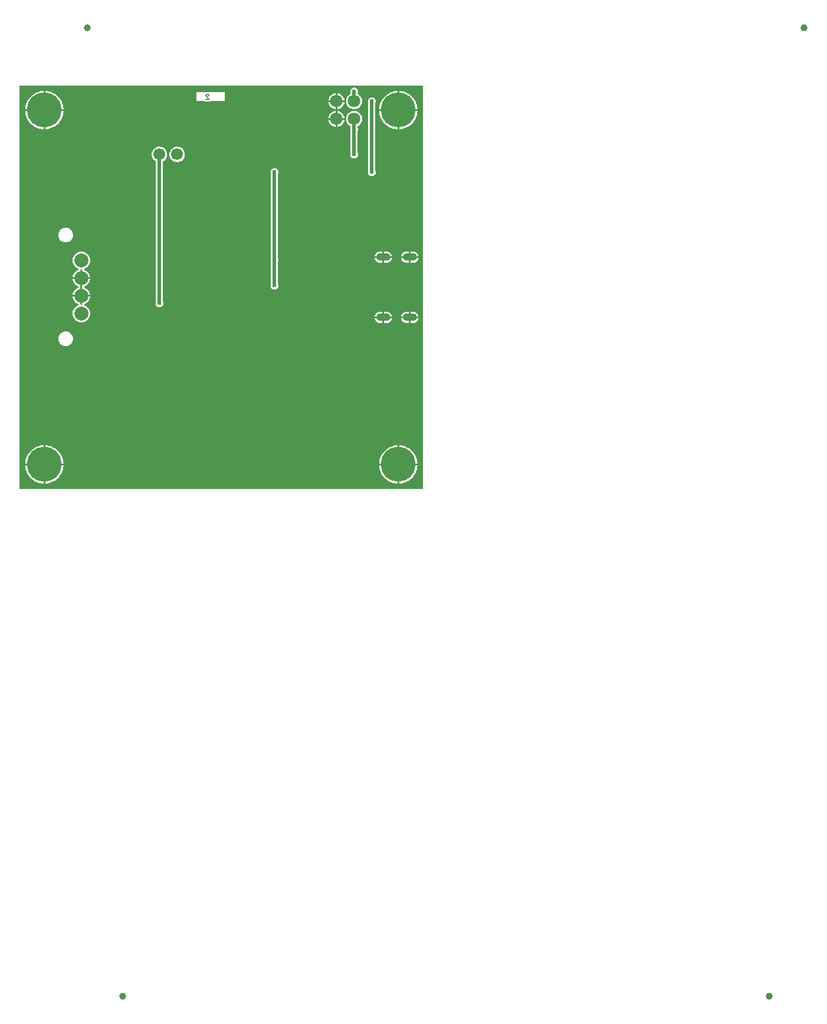
<source format=gbl>
G04 Layer: BottomLayer*
G04 Panelize: Stamp Hole, Column: 2, Row: 2, Board Size: 58.42mm x 58.42mm, Panelized Board Size: 122.84mm x 122.84mm*
G04 EasyEDA v6.5.32, 2023-07-30 21:55:26*
G04 0189717723f44532b496580ac8dbca45,5a6b42c53f6a479593ecc07194224c93,10*
G04 Gerber Generator version 0.2*
G04 Scale: 100 percent, Rotated: No, Reflected: No *
G04 Dimensions in millimeters *
G04 leading zeros omitted , absolute positions ,4 integer and 5 decimal *
%FSLAX45Y45*%
%MOMM*%

%ADD10C,0.1524*%
%ADD11C,0.5000*%
%ADD12C,1.0000*%
%ADD13O,1.9999959999999999X1.0999978000000001*%
%ADD14C,5.0000*%
%ADD15C,1.8000*%
%ADD16C,1.7000*%
%ADD17C,2.0000*%
%ADD18C,0.6096*%
%ADD19C,0.0112*%

%LPD*%
G36*
X5805932Y25908D02*
G01*
X36068Y26416D01*
X32156Y27178D01*
X28905Y29362D01*
X26670Y32664D01*
X25908Y36576D01*
X25908Y5805932D01*
X26670Y5809843D01*
X28905Y5813094D01*
X32156Y5815330D01*
X36068Y5816092D01*
X2555240Y5816092D01*
X2559151Y5815330D01*
X2562402Y5813094D01*
X2564638Y5809843D01*
X2565400Y5805932D01*
X2566162Y5809843D01*
X2568397Y5813094D01*
X2571648Y5815330D01*
X2575560Y5816092D01*
X5805932Y5816092D01*
X5809843Y5815330D01*
X5813094Y5813094D01*
X5815330Y5809843D01*
X5816092Y5805932D01*
X5816092Y36068D01*
X5815330Y32207D01*
X5813094Y28905D01*
X5809843Y26670D01*
G37*

%LPC*%
G36*
X5638393Y3272078D02*
G01*
X5670296Y3272078D01*
X5682183Y3272942D01*
X5693460Y3275380D01*
X5704281Y3279444D01*
X5714390Y3284931D01*
X5723636Y3291890D01*
X5731814Y3300018D01*
X5738723Y3309264D01*
X5744260Y3319373D01*
X5748274Y3330194D01*
X5750458Y3340303D01*
X5638393Y3340303D01*
G37*
G36*
X393700Y105562D02*
G01*
X398322Y105664D01*
X421284Y108051D01*
X443992Y112369D01*
X466242Y118618D01*
X487934Y126644D01*
X508812Y136499D01*
X528828Y148031D01*
X547827Y161239D01*
X565607Y175971D01*
X582117Y192125D01*
X597204Y209600D01*
X610819Y228295D01*
X622757Y248107D01*
X633018Y268782D01*
X641553Y290271D01*
X648208Y312369D01*
X653034Y334975D01*
X655929Y357936D01*
X656336Y368300D01*
X393700Y368300D01*
G37*
G36*
X5448300Y105613D02*
G01*
X5448300Y368300D01*
X5185410Y368300D01*
X5187289Y346405D01*
X5191150Y323646D01*
X5196890Y301244D01*
X5204460Y279450D01*
X5213858Y258317D01*
X5224983Y238099D01*
X5237784Y218846D01*
X5252161Y200710D01*
X5267960Y183896D01*
X5285130Y168402D01*
X5303520Y154432D01*
X5323027Y142087D01*
X5343499Y131368D01*
X5364835Y122428D01*
X5386781Y115265D01*
X5409285Y109982D01*
X5432145Y106629D01*
G37*
G36*
X368300Y105613D02*
G01*
X368300Y368300D01*
X105410Y368300D01*
X107289Y346405D01*
X111150Y323646D01*
X116890Y301244D01*
X124460Y279450D01*
X133858Y258317D01*
X144983Y238099D01*
X157784Y218846D01*
X172161Y200710D01*
X187960Y183896D01*
X205130Y168402D01*
X223520Y154432D01*
X243027Y142087D01*
X263499Y131368D01*
X284835Y122428D01*
X306781Y115265D01*
X329285Y109982D01*
X352145Y106629D01*
G37*
G36*
X5473700Y393700D02*
G01*
X5736336Y393700D01*
X5735929Y404063D01*
X5733034Y427024D01*
X5728208Y449630D01*
X5721553Y471728D01*
X5713018Y493217D01*
X5702757Y513892D01*
X5690819Y533704D01*
X5677204Y552348D01*
X5662117Y569874D01*
X5645607Y586028D01*
X5627827Y600760D01*
X5608828Y613968D01*
X5588812Y625500D01*
X5567934Y635355D01*
X5546242Y643382D01*
X5523992Y649630D01*
X5501284Y653948D01*
X5478322Y656336D01*
X5473700Y656437D01*
G37*
G36*
X393700Y393700D02*
G01*
X656336Y393700D01*
X655929Y404063D01*
X653034Y427024D01*
X648208Y449630D01*
X641553Y471728D01*
X633018Y493217D01*
X622757Y513892D01*
X610819Y533704D01*
X597204Y552348D01*
X582117Y569874D01*
X565607Y586028D01*
X547827Y600760D01*
X528828Y613968D01*
X508812Y625500D01*
X487934Y635355D01*
X466242Y643382D01*
X443992Y649630D01*
X421284Y653948D01*
X398322Y656336D01*
X393700Y656437D01*
G37*
G36*
X5185410Y393700D02*
G01*
X5448300Y393700D01*
X5448300Y656386D01*
X5432145Y655370D01*
X5409285Y652018D01*
X5386781Y646734D01*
X5364835Y639572D01*
X5343499Y630631D01*
X5323027Y619912D01*
X5303520Y607568D01*
X5285130Y593598D01*
X5267960Y578104D01*
X5252161Y561289D01*
X5237784Y543153D01*
X5224983Y523900D01*
X5213858Y503682D01*
X5204460Y482549D01*
X5196890Y460756D01*
X5191150Y438353D01*
X5187289Y415594D01*
G37*
G36*
X105410Y393700D02*
G01*
X368300Y393700D01*
X368300Y656386D01*
X352145Y655370D01*
X329285Y652018D01*
X306781Y646734D01*
X284835Y639572D01*
X263499Y630631D01*
X243027Y619912D01*
X223520Y607568D01*
X205130Y593598D01*
X187960Y578104D01*
X172161Y561289D01*
X157784Y543153D01*
X144983Y523900D01*
X133858Y503682D01*
X124460Y482549D01*
X116890Y460756D01*
X111150Y438353D01*
X107289Y415594D01*
G37*
G36*
X685800Y2077212D02*
G01*
X699617Y2078126D01*
X713181Y2080818D01*
X726338Y2085289D01*
X738733Y2091385D01*
X750265Y2099106D01*
X760679Y2108250D01*
X769823Y2118664D01*
X777494Y2130145D01*
X783640Y2142591D01*
X788060Y2155698D01*
X790803Y2169261D01*
X791667Y2183079D01*
X790803Y2196947D01*
X788060Y2210511D01*
X783640Y2223617D01*
X777494Y2236063D01*
X769823Y2247544D01*
X760679Y2257958D01*
X750265Y2267102D01*
X738733Y2274824D01*
X726338Y2280920D01*
X713181Y2285390D01*
X699617Y2288082D01*
X685800Y2288997D01*
X671982Y2288082D01*
X658418Y2285390D01*
X645261Y2280920D01*
X632866Y2274824D01*
X621334Y2267102D01*
X610920Y2257958D01*
X601776Y2247544D01*
X594106Y2236063D01*
X587959Y2223617D01*
X583539Y2210511D01*
X580796Y2196947D01*
X579932Y2183079D01*
X580796Y2169261D01*
X583539Y2155698D01*
X587959Y2142591D01*
X594106Y2130145D01*
X601776Y2118664D01*
X610920Y2108250D01*
X621334Y2099106D01*
X632866Y2091385D01*
X645261Y2085289D01*
X658418Y2080818D01*
X671982Y2078126D01*
G37*
G36*
X5581040Y2408072D02*
G01*
X5612993Y2408072D01*
X5612993Y2476296D01*
X5500878Y2476296D01*
X5503062Y2466187D01*
X5507075Y2455418D01*
X5512612Y2445258D01*
X5519572Y2436012D01*
X5527700Y2427884D01*
X5536946Y2420975D01*
X5547055Y2415438D01*
X5557875Y2411374D01*
X5569153Y2408936D01*
G37*
G36*
X5201056Y2408072D02*
G01*
X5232958Y2408072D01*
X5232958Y2476296D01*
X5120894Y2476296D01*
X5123078Y2466187D01*
X5127091Y2455418D01*
X5132628Y2445258D01*
X5139537Y2436012D01*
X5147716Y2427884D01*
X5156962Y2420975D01*
X5167071Y2415438D01*
X5177891Y2411374D01*
X5189169Y2408936D01*
G37*
G36*
X5258358Y2408072D02*
G01*
X5290312Y2408072D01*
X5302199Y2408936D01*
X5313476Y2411374D01*
X5324297Y2415438D01*
X5334406Y2420975D01*
X5343652Y2427884D01*
X5351780Y2436012D01*
X5358739Y2445258D01*
X5364226Y2455418D01*
X5368290Y2466187D01*
X5370474Y2476296D01*
X5258358Y2476296D01*
G37*
G36*
X5638393Y2408072D02*
G01*
X5670296Y2408072D01*
X5682183Y2408936D01*
X5693460Y2411374D01*
X5704281Y2415438D01*
X5714390Y2420975D01*
X5723636Y2427884D01*
X5731814Y2436012D01*
X5738723Y2445258D01*
X5744260Y2455418D01*
X5748274Y2466187D01*
X5750458Y2476296D01*
X5638393Y2476296D01*
G37*
G36*
X910793Y2419858D02*
G01*
X925982Y2420772D01*
X940917Y2423515D01*
X955446Y2428036D01*
X969314Y2434285D01*
X982319Y2442108D01*
X994308Y2451506D01*
X1005027Y2462276D01*
X1014425Y2474214D01*
X1022299Y2487218D01*
X1028496Y2501087D01*
X1033018Y2515616D01*
X1035761Y2530551D01*
X1036675Y2545740D01*
X1035761Y2560929D01*
X1033018Y2575864D01*
X1028496Y2590393D01*
X1022299Y2604211D01*
X1014425Y2617266D01*
X1005027Y2629204D01*
X994308Y2639974D01*
X982319Y2649321D01*
X969314Y2657195D01*
X955395Y2663444D01*
X952246Y2665679D01*
X950112Y2668930D01*
X949401Y2672740D01*
X950112Y2676550D01*
X952246Y2679750D01*
X955395Y2681986D01*
X969314Y2688285D01*
X982319Y2696108D01*
X994308Y2705506D01*
X1005027Y2716276D01*
X1014425Y2728214D01*
X1022299Y2741218D01*
X1028496Y2755087D01*
X1033018Y2769616D01*
X1035761Y2784551D01*
X1035913Y2787040D01*
X923493Y2787040D01*
X923493Y2681630D01*
X922731Y2677769D01*
X920546Y2674467D01*
X917244Y2672283D01*
X913333Y2671470D01*
X908253Y2671470D01*
X904392Y2672283D01*
X901090Y2674467D01*
X898906Y2677769D01*
X898093Y2681630D01*
X898093Y2787040D01*
X785672Y2787040D01*
X785825Y2784551D01*
X788568Y2769616D01*
X793089Y2755087D01*
X799338Y2741218D01*
X807212Y2728214D01*
X816559Y2716276D01*
X827328Y2705506D01*
X839317Y2696108D01*
X852322Y2688285D01*
X866241Y2681986D01*
X869391Y2679750D01*
X871474Y2676550D01*
X872236Y2672740D01*
X871474Y2668930D01*
X869391Y2665679D01*
X866241Y2663444D01*
X852322Y2657195D01*
X839317Y2649321D01*
X827328Y2639974D01*
X816559Y2629204D01*
X807212Y2617266D01*
X799338Y2604211D01*
X793089Y2590393D01*
X788568Y2575864D01*
X785825Y2560929D01*
X784910Y2545740D01*
X785825Y2530551D01*
X788568Y2515616D01*
X793089Y2501087D01*
X799338Y2487218D01*
X807212Y2474214D01*
X816559Y2462276D01*
X827328Y2451506D01*
X839317Y2442108D01*
X852322Y2434285D01*
X866190Y2428036D01*
X880668Y2423515D01*
X895654Y2420772D01*
G37*
G36*
X5258358Y2501696D02*
G01*
X5370474Y2501696D01*
X5368290Y2511806D01*
X5364226Y2522575D01*
X5358739Y2532735D01*
X5351780Y2541981D01*
X5343652Y2550109D01*
X5334406Y2557018D01*
X5324297Y2562555D01*
X5313476Y2566619D01*
X5302199Y2569057D01*
X5290312Y2569921D01*
X5258358Y2569921D01*
G37*
G36*
X5120894Y2501696D02*
G01*
X5232958Y2501696D01*
X5232958Y2569921D01*
X5201056Y2569921D01*
X5189169Y2569057D01*
X5177891Y2566619D01*
X5167071Y2562555D01*
X5156962Y2557018D01*
X5147716Y2550109D01*
X5139537Y2541981D01*
X5132628Y2532735D01*
X5127091Y2522575D01*
X5123078Y2511806D01*
G37*
G36*
X5638393Y2501696D02*
G01*
X5750458Y2501696D01*
X5748274Y2511806D01*
X5744260Y2522575D01*
X5738723Y2532735D01*
X5731814Y2541981D01*
X5723636Y2550109D01*
X5714390Y2557018D01*
X5704281Y2562555D01*
X5693460Y2566619D01*
X5682183Y2569057D01*
X5670296Y2569921D01*
X5638393Y2569921D01*
G37*
G36*
X5500878Y2501696D02*
G01*
X5612993Y2501696D01*
X5612993Y2569921D01*
X5581040Y2569921D01*
X5569153Y2569057D01*
X5557875Y2566619D01*
X5547055Y2562555D01*
X5536946Y2557018D01*
X5527700Y2550109D01*
X5519572Y2541981D01*
X5512612Y2532735D01*
X5507075Y2522575D01*
X5503062Y2511806D01*
G37*
G36*
X2032000Y2636062D02*
G01*
X2041804Y2636926D01*
X2051253Y2639466D01*
X2060193Y2643581D01*
X2068220Y2649220D01*
X2075180Y2656179D01*
X2080818Y2664206D01*
X2084933Y2673146D01*
X2087473Y2682595D01*
X2088337Y2692400D01*
X2087473Y2702204D01*
X2084933Y2711653D01*
X2083866Y2713990D01*
X2082901Y2718308D01*
X2082901Y4721606D01*
X2083562Y4725212D01*
X2085492Y4728362D01*
X2101138Y4739284D01*
X2111654Y4748834D01*
X2120849Y4759655D01*
X2128621Y4771593D01*
X2134768Y4784394D01*
X2139238Y4797856D01*
X2141982Y4811826D01*
X2142896Y4826000D01*
X2141982Y4840173D01*
X2139238Y4854143D01*
X2134768Y4867605D01*
X2128621Y4880406D01*
X2120849Y4892344D01*
X2111654Y4903165D01*
X2101138Y4912715D01*
X2089505Y4920843D01*
X2076907Y4927396D01*
X2063546Y4932324D01*
X2049678Y4935474D01*
X2035556Y4936845D01*
X2021332Y4936388D01*
X2007311Y4934102D01*
X1993696Y4930038D01*
X1980692Y4924298D01*
X1968550Y4916932D01*
X1957425Y4908092D01*
X1947570Y4897882D01*
X1939086Y4886502D01*
X1932076Y4874107D01*
X1926742Y4860950D01*
X1923135Y4847183D01*
X1921357Y4833112D01*
X1921357Y4818888D01*
X1923135Y4804816D01*
X1926742Y4791049D01*
X1932076Y4777892D01*
X1939086Y4765497D01*
X1947570Y4754118D01*
X1957425Y4743907D01*
X1968550Y4735068D01*
X1976221Y4730445D01*
X1978812Y4728159D01*
X1980488Y4725162D01*
X1981098Y4721707D01*
X1981098Y2718308D01*
X1980133Y2713990D01*
X1979066Y2711653D01*
X1976526Y2702204D01*
X1975662Y2692400D01*
X1976526Y2682595D01*
X1979066Y2673146D01*
X1983181Y2664206D01*
X1988820Y2656179D01*
X1995779Y2649220D01*
X2003806Y2643581D01*
X2012746Y2639466D01*
X2022195Y2636926D01*
G37*
G36*
X4456887Y5600700D02*
G01*
X4559300Y5600700D01*
X4559300Y5702960D01*
X4550308Y5701842D01*
X4536186Y5698236D01*
X4522673Y5692851D01*
X4509922Y5685840D01*
X4498136Y5677306D01*
X4487519Y5667349D01*
X4478223Y5656122D01*
X4470450Y5643829D01*
X4464253Y5630672D01*
X4459732Y5616803D01*
X4457039Y5602528D01*
G37*
G36*
X923493Y2812440D02*
G01*
X1035913Y2812440D01*
X1035761Y2814929D01*
X1033018Y2829864D01*
X1028496Y2844393D01*
X1022299Y2858211D01*
X1014425Y2871266D01*
X1005027Y2883204D01*
X994308Y2893974D01*
X982319Y2903321D01*
X969314Y2911195D01*
X955395Y2917444D01*
X952246Y2919679D01*
X950112Y2922930D01*
X949401Y2926740D01*
X950112Y2930550D01*
X952246Y2933750D01*
X955395Y2935986D01*
X969314Y2942285D01*
X982319Y2950108D01*
X994308Y2959506D01*
X1005027Y2970276D01*
X1014425Y2982214D01*
X1022299Y2995218D01*
X1028496Y3009087D01*
X1033018Y3023616D01*
X1035761Y3038551D01*
X1035913Y3041040D01*
X923493Y3041040D01*
G37*
G36*
X785672Y2812440D02*
G01*
X898093Y2812440D01*
X898093Y3041040D01*
X785672Y3041040D01*
X785825Y3038551D01*
X788568Y3023616D01*
X793089Y3009087D01*
X799338Y2995218D01*
X807212Y2982214D01*
X816559Y2970276D01*
X827328Y2959506D01*
X839317Y2950108D01*
X852322Y2942285D01*
X866241Y2935986D01*
X869391Y2933750D01*
X871474Y2930550D01*
X872236Y2926740D01*
X871474Y2922930D01*
X869391Y2919679D01*
X866241Y2917444D01*
X852322Y2911195D01*
X839317Y2903321D01*
X827328Y2893974D01*
X816559Y2883204D01*
X807212Y2871266D01*
X799338Y2858211D01*
X793089Y2844393D01*
X788568Y2829864D01*
X785825Y2814929D01*
G37*
G36*
X3683000Y2890062D02*
G01*
X3692804Y2890926D01*
X3702253Y2893466D01*
X3711194Y2897581D01*
X3719220Y2903220D01*
X3726179Y2910179D01*
X3731818Y2918206D01*
X3735933Y2927146D01*
X3738473Y2936595D01*
X3739337Y2946400D01*
X3738473Y2956204D01*
X3735933Y2965653D01*
X3734866Y2967990D01*
X3733901Y2972308D01*
X3733901Y3281832D01*
X3734866Y3286099D01*
X3735933Y3288436D01*
X3738473Y3297936D01*
X3739337Y3307740D01*
X3738473Y3317494D01*
X3735933Y3326993D01*
X3734866Y3329330D01*
X3733901Y3333648D01*
X3733901Y4546092D01*
X3734866Y4550359D01*
X3735933Y4552696D01*
X3738473Y4562195D01*
X3739337Y4572000D01*
X3738473Y4581753D01*
X3735933Y4591253D01*
X3731818Y4600143D01*
X3726179Y4608220D01*
X3719220Y4615180D01*
X3711194Y4620768D01*
X3702253Y4624933D01*
X3692804Y4627473D01*
X3683000Y4628337D01*
X3673195Y4627473D01*
X3663746Y4624933D01*
X3654806Y4620768D01*
X3646779Y4615180D01*
X3639820Y4608220D01*
X3634181Y4600143D01*
X3630066Y4591253D01*
X3627526Y4581753D01*
X3626662Y4572000D01*
X3627526Y4562195D01*
X3630066Y4552696D01*
X3631133Y4550359D01*
X3632098Y4546092D01*
X3632098Y3333648D01*
X3631133Y3329330D01*
X3630015Y3326993D01*
X3627475Y3317494D01*
X3626662Y3307740D01*
X3627475Y3297936D01*
X3630015Y3288436D01*
X3631133Y3286099D01*
X3632098Y3281832D01*
X3632098Y2972308D01*
X3631133Y2968040D01*
X3630066Y2965653D01*
X3627526Y2956204D01*
X3626662Y2946400D01*
X3627526Y2936595D01*
X3630066Y2927146D01*
X3634181Y2918206D01*
X3639820Y2910179D01*
X3646779Y2903220D01*
X3654806Y2897581D01*
X3663746Y2893466D01*
X3673195Y2890926D01*
G37*
G36*
X785672Y3066440D02*
G01*
X898093Y3066440D01*
X898093Y3171799D01*
X898906Y3175711D01*
X901090Y3179013D01*
X904392Y3181197D01*
X908253Y3181959D01*
X913333Y3181959D01*
X917244Y3181197D01*
X920546Y3179013D01*
X922731Y3175711D01*
X923493Y3171799D01*
X923493Y3066440D01*
X1035913Y3066440D01*
X1035761Y3068929D01*
X1033018Y3083864D01*
X1028496Y3098393D01*
X1022299Y3112211D01*
X1014425Y3125266D01*
X1005027Y3137204D01*
X994308Y3147974D01*
X982319Y3157321D01*
X969314Y3165195D01*
X955395Y3171444D01*
X952246Y3173679D01*
X950112Y3176930D01*
X949401Y3180740D01*
X950112Y3184550D01*
X952246Y3187750D01*
X955395Y3189986D01*
X969314Y3196285D01*
X982319Y3204108D01*
X994308Y3213506D01*
X1005027Y3224276D01*
X1014425Y3236214D01*
X1022299Y3249218D01*
X1028496Y3263087D01*
X1033018Y3277615D01*
X1035761Y3292551D01*
X1036675Y3307740D01*
X1035761Y3322929D01*
X1033018Y3337864D01*
X1028496Y3352393D01*
X1022299Y3366211D01*
X1014425Y3379266D01*
X1005027Y3391204D01*
X994308Y3401974D01*
X982319Y3411321D01*
X969314Y3419195D01*
X955446Y3425444D01*
X940917Y3429965D01*
X925982Y3432708D01*
X910793Y3433622D01*
X895654Y3432708D01*
X880668Y3429965D01*
X866190Y3425444D01*
X852322Y3419195D01*
X839317Y3411321D01*
X827328Y3401974D01*
X816559Y3391204D01*
X807212Y3379266D01*
X799338Y3366211D01*
X793089Y3352393D01*
X788568Y3337864D01*
X785825Y3322929D01*
X784910Y3307740D01*
X785825Y3292551D01*
X788568Y3277615D01*
X793089Y3263087D01*
X799338Y3249218D01*
X807212Y3236214D01*
X816559Y3224276D01*
X827328Y3213506D01*
X839317Y3204108D01*
X852322Y3196285D01*
X866241Y3189986D01*
X869391Y3187750D01*
X871474Y3184550D01*
X872236Y3180740D01*
X871474Y3176930D01*
X869391Y3173679D01*
X866241Y3171444D01*
X852322Y3165195D01*
X839317Y3157321D01*
X827328Y3147974D01*
X816559Y3137204D01*
X807212Y3125266D01*
X799338Y3112211D01*
X793089Y3098393D01*
X788568Y3083864D01*
X785825Y3068929D01*
G37*
G36*
X4584700Y5600700D02*
G01*
X4687112Y5600700D01*
X4686960Y5602528D01*
X4684268Y5616803D01*
X4679746Y5630672D01*
X4673549Y5643829D01*
X4665776Y5656122D01*
X4656480Y5667349D01*
X4645863Y5677306D01*
X4634077Y5685840D01*
X4621326Y5692851D01*
X4607814Y5698236D01*
X4593691Y5701842D01*
X4584700Y5702960D01*
G37*
G36*
X5201056Y3272078D02*
G01*
X5232958Y3272078D01*
X5232958Y3340303D01*
X5120894Y3340303D01*
X5123078Y3330194D01*
X5127091Y3319373D01*
X5132628Y3309264D01*
X5139537Y3300018D01*
X5147716Y3291840D01*
X5156962Y3284931D01*
X5167071Y3279394D01*
X5177891Y3275380D01*
X5189169Y3272942D01*
G37*
G36*
X5581040Y3272078D02*
G01*
X5612993Y3272078D01*
X5612993Y3340303D01*
X5500878Y3340303D01*
X5503062Y3330194D01*
X5507075Y3319373D01*
X5512612Y3309264D01*
X5519572Y3300018D01*
X5527700Y3291890D01*
X5536946Y3284931D01*
X5547055Y3279444D01*
X5557875Y3275380D01*
X5569153Y3272942D01*
G37*
G36*
X5258358Y3272078D02*
G01*
X5290312Y3272078D01*
X5302199Y3272942D01*
X5313476Y3275380D01*
X5324297Y3279394D01*
X5334406Y3284931D01*
X5343652Y3291840D01*
X5351780Y3300018D01*
X5358739Y3309264D01*
X5364226Y3319373D01*
X5368290Y3330194D01*
X5370474Y3340303D01*
X5258358Y3340303D01*
G37*
G36*
X5473700Y105562D02*
G01*
X5478322Y105664D01*
X5501284Y108051D01*
X5523992Y112369D01*
X5546242Y118618D01*
X5567934Y126644D01*
X5588812Y136499D01*
X5608828Y148031D01*
X5627827Y161239D01*
X5645607Y175971D01*
X5662117Y192125D01*
X5677204Y209600D01*
X5690819Y228295D01*
X5702757Y248107D01*
X5713018Y268782D01*
X5721553Y290271D01*
X5728208Y312369D01*
X5733034Y334975D01*
X5735929Y357936D01*
X5736336Y368300D01*
X5473700Y368300D01*
G37*
G36*
X5258358Y3365703D02*
G01*
X5370474Y3365703D01*
X5368290Y3375761D01*
X5364226Y3386582D01*
X5358739Y3396691D01*
X5351780Y3405936D01*
X5343652Y3414115D01*
X5334406Y3421024D01*
X5324297Y3426561D01*
X5313476Y3430574D01*
X5302199Y3433064D01*
X5290312Y3433876D01*
X5258358Y3433876D01*
G37*
G36*
X5120894Y3365703D02*
G01*
X5232958Y3365703D01*
X5232958Y3433876D01*
X5201056Y3433876D01*
X5189169Y3433064D01*
X5177891Y3430574D01*
X5167071Y3426561D01*
X5156962Y3421024D01*
X5147716Y3414115D01*
X5139537Y3405936D01*
X5132628Y3396691D01*
X5127091Y3386582D01*
X5123078Y3375761D01*
G37*
G36*
X5500878Y3365703D02*
G01*
X5612993Y3365703D01*
X5612993Y3433876D01*
X5581040Y3433876D01*
X5569153Y3433064D01*
X5557875Y3430574D01*
X5547055Y3426561D01*
X5536946Y3421024D01*
X5527700Y3414115D01*
X5519572Y3405936D01*
X5512612Y3396742D01*
X5507075Y3386582D01*
X5503062Y3375761D01*
G37*
G36*
X5638393Y3365703D02*
G01*
X5750458Y3365703D01*
X5748274Y3375761D01*
X5744260Y3386582D01*
X5738723Y3396742D01*
X5731814Y3405936D01*
X5723636Y3414115D01*
X5714390Y3421024D01*
X5704281Y3426561D01*
X5693460Y3430574D01*
X5682183Y3433064D01*
X5670296Y3433876D01*
X5638393Y3433876D01*
G37*
G36*
X685800Y3564432D02*
G01*
X699617Y3565296D01*
X713181Y3568039D01*
X726338Y3572459D01*
X738733Y3578606D01*
X750265Y3586276D01*
X760679Y3595420D01*
X769823Y3605834D01*
X777494Y3617366D01*
X783640Y3629761D01*
X788060Y3642918D01*
X790803Y3656482D01*
X791667Y3670300D01*
X790803Y3684117D01*
X788060Y3697681D01*
X783640Y3710838D01*
X777494Y3723233D01*
X769823Y3734765D01*
X760679Y3745179D01*
X750265Y3754323D01*
X738733Y3761994D01*
X726338Y3768140D01*
X713181Y3772560D01*
X699617Y3775303D01*
X685800Y3776167D01*
X671982Y3775303D01*
X658418Y3772560D01*
X645261Y3768140D01*
X632866Y3761994D01*
X621334Y3754323D01*
X610920Y3745179D01*
X601776Y3734765D01*
X594106Y3723233D01*
X587959Y3710838D01*
X583539Y3697681D01*
X580796Y3684117D01*
X579932Y3670300D01*
X580796Y3656482D01*
X583539Y3642918D01*
X587959Y3629761D01*
X594106Y3617366D01*
X601776Y3605834D01*
X610920Y3595420D01*
X621334Y3586276D01*
X632866Y3578606D01*
X645261Y3572459D01*
X658418Y3568039D01*
X671982Y3565296D01*
G37*
G36*
X5080000Y4515612D02*
G01*
X5089804Y4516475D01*
X5099253Y4519015D01*
X5108194Y4523181D01*
X5116220Y4528820D01*
X5123180Y4535728D01*
X5128818Y4543806D01*
X5132933Y4552696D01*
X5135473Y4562195D01*
X5136337Y4571949D01*
X5135473Y4581753D01*
X5132933Y4591253D01*
X5131866Y4593590D01*
X5130901Y4597857D01*
X5130901Y5562092D01*
X5131866Y5566410D01*
X5132933Y5568746D01*
X5135473Y5578195D01*
X5136337Y5588000D01*
X5135473Y5597804D01*
X5132933Y5607253D01*
X5128818Y5616194D01*
X5123180Y5624220D01*
X5116220Y5631180D01*
X5108194Y5636818D01*
X5099253Y5640933D01*
X5089804Y5643473D01*
X5080000Y5644337D01*
X5070195Y5643473D01*
X5060746Y5640933D01*
X5051806Y5636818D01*
X5043779Y5631180D01*
X5036820Y5624220D01*
X5031181Y5616194D01*
X5027066Y5607253D01*
X5024526Y5597804D01*
X5023662Y5588000D01*
X5024526Y5578195D01*
X5027066Y5568746D01*
X5028133Y5566410D01*
X5029098Y5562092D01*
X5029098Y4597857D01*
X5028133Y4593590D01*
X5027066Y4591253D01*
X5024526Y4581753D01*
X5023662Y4571949D01*
X5024526Y4562195D01*
X5027066Y4552696D01*
X5031181Y4543806D01*
X5036820Y4535728D01*
X5043779Y4528820D01*
X5051806Y4523181D01*
X5060746Y4519015D01*
X5070195Y4516475D01*
G37*
G36*
X2289556Y4715154D02*
G01*
X2303678Y4716526D01*
X2317546Y4719675D01*
X2330907Y4724603D01*
X2343505Y4731156D01*
X2355138Y4739284D01*
X2365654Y4748834D01*
X2374849Y4759655D01*
X2382621Y4771593D01*
X2388768Y4784394D01*
X2393238Y4797856D01*
X2395982Y4811826D01*
X2396896Y4826000D01*
X2395982Y4840173D01*
X2393238Y4854143D01*
X2388768Y4867605D01*
X2382621Y4880406D01*
X2374849Y4892344D01*
X2365654Y4903165D01*
X2355138Y4912715D01*
X2343505Y4920843D01*
X2330907Y4927396D01*
X2317546Y4932324D01*
X2303678Y4935474D01*
X2289556Y4936845D01*
X2275332Y4936388D01*
X2261311Y4934102D01*
X2247696Y4930038D01*
X2234692Y4924298D01*
X2222550Y4916932D01*
X2211425Y4908092D01*
X2201570Y4897882D01*
X2193086Y4886502D01*
X2186076Y4874107D01*
X2180742Y4860950D01*
X2177135Y4847183D01*
X2175357Y4833112D01*
X2175357Y4818888D01*
X2177135Y4804816D01*
X2180742Y4791049D01*
X2186076Y4777892D01*
X2193086Y4765497D01*
X2201570Y4754118D01*
X2211425Y4743907D01*
X2222550Y4735068D01*
X2234692Y4727702D01*
X2247696Y4721910D01*
X2261311Y4717897D01*
X2275332Y4715611D01*
G37*
G36*
X4826000Y4769612D02*
G01*
X4835804Y4770475D01*
X4845253Y4773015D01*
X4854194Y4777181D01*
X4862220Y4782820D01*
X4869180Y4789728D01*
X4874818Y4797806D01*
X4878933Y4806696D01*
X4881473Y4816195D01*
X4882337Y4825949D01*
X4881473Y4835753D01*
X4878933Y4845253D01*
X4877866Y4847590D01*
X4876901Y4851908D01*
X4876901Y5155692D01*
X4877866Y5160010D01*
X4878933Y5162346D01*
X4881473Y5171795D01*
X4882337Y5181600D01*
X4881473Y5191404D01*
X4878933Y5200853D01*
X4877866Y5203190D01*
X4876901Y5207508D01*
X4876901Y5224018D01*
X4877562Y5227523D01*
X4879390Y5230622D01*
X4882184Y5232908D01*
X4888077Y5236159D01*
X4899863Y5244693D01*
X4910480Y5254650D01*
X4919776Y5265877D01*
X4927549Y5278170D01*
X4933746Y5291328D01*
X4938268Y5305196D01*
X4940960Y5319471D01*
X4941874Y5334000D01*
X4940960Y5348528D01*
X4938268Y5362803D01*
X4933746Y5376672D01*
X4927549Y5389829D01*
X4919776Y5402122D01*
X4910480Y5413349D01*
X4899863Y5423306D01*
X4888077Y5431840D01*
X4875326Y5438851D01*
X4861814Y5444236D01*
X4847691Y5447842D01*
X4833264Y5449671D01*
X4818735Y5449671D01*
X4804308Y5447842D01*
X4790186Y5444236D01*
X4776673Y5438851D01*
X4763922Y5431840D01*
X4752136Y5423306D01*
X4741519Y5413349D01*
X4732223Y5402122D01*
X4724450Y5389829D01*
X4718253Y5376672D01*
X4713732Y5362803D01*
X4711039Y5348528D01*
X4710125Y5334000D01*
X4711039Y5319471D01*
X4713732Y5305196D01*
X4718253Y5291328D01*
X4724450Y5278170D01*
X4732223Y5265877D01*
X4741519Y5254650D01*
X4752136Y5244693D01*
X4763922Y5236159D01*
X4769815Y5232908D01*
X4772609Y5230622D01*
X4774438Y5227523D01*
X4775098Y5224018D01*
X4775098Y5207508D01*
X4774133Y5203190D01*
X4773066Y5200853D01*
X4770526Y5191404D01*
X4769662Y5181600D01*
X4770526Y5171795D01*
X4773066Y5162346D01*
X4774133Y5160010D01*
X4775098Y5155692D01*
X4775098Y4851857D01*
X4774133Y4847539D01*
X4773066Y4845253D01*
X4770526Y4835753D01*
X4769662Y4825949D01*
X4770526Y4816195D01*
X4773066Y4806696D01*
X4777181Y4797806D01*
X4782820Y4789728D01*
X4789779Y4782820D01*
X4797806Y4777181D01*
X4806746Y4773015D01*
X4816195Y4770475D01*
G37*
G36*
X5473700Y5185562D02*
G01*
X5478322Y5185664D01*
X5501284Y5188051D01*
X5523992Y5192369D01*
X5546242Y5198618D01*
X5567934Y5206644D01*
X5588812Y5216499D01*
X5608828Y5228031D01*
X5627827Y5241239D01*
X5645607Y5255971D01*
X5662117Y5272125D01*
X5677204Y5289600D01*
X5690819Y5308295D01*
X5702757Y5328107D01*
X5713018Y5348782D01*
X5721553Y5370271D01*
X5728208Y5392369D01*
X5733034Y5414975D01*
X5735929Y5437936D01*
X5736336Y5448300D01*
X5473700Y5448300D01*
G37*
G36*
X393700Y5185562D02*
G01*
X398322Y5185664D01*
X421284Y5188051D01*
X443992Y5192369D01*
X466242Y5198618D01*
X487934Y5206644D01*
X508812Y5216499D01*
X528828Y5228031D01*
X547827Y5241239D01*
X565607Y5255971D01*
X582117Y5272125D01*
X597204Y5289600D01*
X610819Y5308295D01*
X622757Y5328107D01*
X633018Y5348782D01*
X641553Y5370271D01*
X648208Y5392369D01*
X653034Y5414975D01*
X655929Y5437936D01*
X656336Y5448300D01*
X393700Y5448300D01*
G37*
G36*
X5448300Y5185613D02*
G01*
X5448300Y5448300D01*
X5185410Y5448300D01*
X5187289Y5426405D01*
X5191150Y5403646D01*
X5196890Y5381244D01*
X5204460Y5359450D01*
X5213858Y5338318D01*
X5224983Y5318099D01*
X5237784Y5298846D01*
X5252161Y5280710D01*
X5267960Y5263896D01*
X5285130Y5248402D01*
X5303520Y5234432D01*
X5323027Y5222087D01*
X5343499Y5211368D01*
X5364835Y5202428D01*
X5386781Y5195265D01*
X5409285Y5189982D01*
X5432145Y5186629D01*
G37*
G36*
X368300Y5185613D02*
G01*
X368300Y5448300D01*
X105410Y5448300D01*
X107289Y5426405D01*
X111150Y5403646D01*
X116890Y5381244D01*
X124460Y5359450D01*
X133858Y5338318D01*
X144983Y5318099D01*
X157784Y5298846D01*
X172161Y5280710D01*
X187960Y5263896D01*
X205130Y5248402D01*
X223520Y5234432D01*
X243027Y5222087D01*
X263499Y5211368D01*
X284835Y5202428D01*
X306781Y5195265D01*
X329285Y5189982D01*
X352145Y5186629D01*
G37*
G36*
X4584700Y5219039D02*
G01*
X4593691Y5220157D01*
X4607814Y5223764D01*
X4621326Y5229148D01*
X4634077Y5236159D01*
X4645863Y5244693D01*
X4656480Y5254650D01*
X4665776Y5265877D01*
X4673549Y5278170D01*
X4679746Y5291328D01*
X4684268Y5305196D01*
X4686960Y5319471D01*
X4687112Y5321300D01*
X4584700Y5321300D01*
G37*
G36*
X4559300Y5219039D02*
G01*
X4559300Y5321300D01*
X4456887Y5321300D01*
X4457039Y5319471D01*
X4459732Y5305196D01*
X4464253Y5291328D01*
X4470450Y5278170D01*
X4478223Y5265877D01*
X4487519Y5254650D01*
X4498136Y5244693D01*
X4509922Y5236159D01*
X4522673Y5229148D01*
X4536186Y5223764D01*
X4550308Y5220157D01*
G37*
G36*
X4584700Y5346700D02*
G01*
X4687112Y5346700D01*
X4686960Y5348528D01*
X4684268Y5362803D01*
X4679746Y5376672D01*
X4673549Y5389829D01*
X4665776Y5402122D01*
X4656480Y5413349D01*
X4645863Y5423306D01*
X4634077Y5431840D01*
X4621326Y5438851D01*
X4607814Y5444236D01*
X4593691Y5447842D01*
X4584700Y5448960D01*
G37*
G36*
X4456887Y5346700D02*
G01*
X4559300Y5346700D01*
X4559300Y5448960D01*
X4550308Y5447842D01*
X4536186Y5444236D01*
X4522673Y5438851D01*
X4509922Y5431840D01*
X4498136Y5423306D01*
X4487519Y5413349D01*
X4478223Y5402122D01*
X4470450Y5389829D01*
X4464253Y5376672D01*
X4459732Y5362803D01*
X4457039Y5348528D01*
G37*
G36*
X4818735Y5472328D02*
G01*
X4833264Y5472328D01*
X4847691Y5474157D01*
X4861814Y5477764D01*
X4875326Y5483148D01*
X4888077Y5490159D01*
X4899863Y5498693D01*
X4910480Y5508650D01*
X4919776Y5519877D01*
X4927549Y5532170D01*
X4933746Y5545328D01*
X4938268Y5559196D01*
X4940960Y5573471D01*
X4941874Y5588000D01*
X4940960Y5602528D01*
X4938268Y5616803D01*
X4933746Y5630672D01*
X4927549Y5643829D01*
X4919776Y5656122D01*
X4910480Y5667349D01*
X4899863Y5677306D01*
X4888077Y5685840D01*
X4882184Y5689092D01*
X4879390Y5691378D01*
X4877562Y5694476D01*
X4876901Y5697982D01*
X4876901Y5701792D01*
X4877866Y5706110D01*
X4878933Y5708446D01*
X4881473Y5717895D01*
X4882337Y5727700D01*
X4881473Y5737504D01*
X4878933Y5746953D01*
X4874818Y5755894D01*
X4869180Y5763920D01*
X4862220Y5770880D01*
X4854194Y5776518D01*
X4845253Y5780633D01*
X4835804Y5783173D01*
X4826000Y5784037D01*
X4816195Y5783173D01*
X4806746Y5780633D01*
X4797806Y5776518D01*
X4789779Y5770880D01*
X4782820Y5763920D01*
X4777181Y5755894D01*
X4773066Y5746953D01*
X4770526Y5737504D01*
X4769662Y5727700D01*
X4770526Y5717895D01*
X4773066Y5708446D01*
X4774133Y5706110D01*
X4775098Y5701792D01*
X4775098Y5697982D01*
X4774438Y5694476D01*
X4772609Y5691378D01*
X4769815Y5689092D01*
X4763922Y5685840D01*
X4752136Y5677306D01*
X4741519Y5667349D01*
X4732223Y5656122D01*
X4724450Y5643829D01*
X4718253Y5630672D01*
X4713732Y5616803D01*
X4711039Y5602528D01*
X4710125Y5588000D01*
X4711039Y5573471D01*
X4713732Y5559196D01*
X4718253Y5545328D01*
X4724450Y5532170D01*
X4732223Y5519877D01*
X4741519Y5508650D01*
X4752136Y5498693D01*
X4763922Y5490159D01*
X4776673Y5483148D01*
X4790186Y5477764D01*
X4804308Y5474157D01*
G37*
G36*
X4584700Y5473039D02*
G01*
X4593691Y5474157D01*
X4607814Y5477764D01*
X4621326Y5483148D01*
X4634077Y5490159D01*
X4645863Y5498693D01*
X4656480Y5508650D01*
X4665776Y5519877D01*
X4673549Y5532170D01*
X4679746Y5545328D01*
X4684268Y5559196D01*
X4686960Y5573471D01*
X4687112Y5575300D01*
X4584700Y5575300D01*
G37*
G36*
X4559300Y5473039D02*
G01*
X4559300Y5575300D01*
X4456887Y5575300D01*
X4457039Y5573471D01*
X4459732Y5559196D01*
X4464253Y5545328D01*
X4470450Y5532170D01*
X4478223Y5519877D01*
X4487519Y5508650D01*
X4498136Y5498693D01*
X4509922Y5490159D01*
X4522673Y5483148D01*
X4536186Y5477764D01*
X4550308Y5474157D01*
G37*
G36*
X5473700Y5473700D02*
G01*
X5736336Y5473700D01*
X5735929Y5484063D01*
X5733034Y5507024D01*
X5728208Y5529630D01*
X5721553Y5551728D01*
X5713018Y5573217D01*
X5702757Y5593892D01*
X5690819Y5613704D01*
X5677204Y5632348D01*
X5662117Y5649874D01*
X5645607Y5666028D01*
X5627827Y5680760D01*
X5608828Y5693968D01*
X5588812Y5705500D01*
X5567934Y5715355D01*
X5546242Y5723382D01*
X5523992Y5729630D01*
X5501284Y5733948D01*
X5478322Y5736336D01*
X5473700Y5736437D01*
G37*
G36*
X393700Y5473700D02*
G01*
X656336Y5473700D01*
X655929Y5484063D01*
X653034Y5507024D01*
X648208Y5529630D01*
X641553Y5551728D01*
X633018Y5573217D01*
X622757Y5593892D01*
X610819Y5613704D01*
X597204Y5632348D01*
X582117Y5649874D01*
X565607Y5666028D01*
X547827Y5680760D01*
X528828Y5693968D01*
X508812Y5705500D01*
X487934Y5715355D01*
X466242Y5723382D01*
X443992Y5729630D01*
X421284Y5733948D01*
X398322Y5736336D01*
X393700Y5736437D01*
G37*
G36*
X5185410Y5473700D02*
G01*
X5448300Y5473700D01*
X5448300Y5736386D01*
X5432145Y5735370D01*
X5409285Y5732018D01*
X5386781Y5726734D01*
X5364835Y5719572D01*
X5343499Y5710631D01*
X5323027Y5699912D01*
X5303520Y5687568D01*
X5285130Y5673598D01*
X5267960Y5658104D01*
X5252161Y5641289D01*
X5237784Y5623153D01*
X5224983Y5603900D01*
X5213858Y5583682D01*
X5204460Y5562549D01*
X5196890Y5540756D01*
X5191150Y5518353D01*
X5187289Y5495594D01*
G37*
G36*
X105410Y5473700D02*
G01*
X368300Y5473700D01*
X368300Y5736386D01*
X352145Y5735370D01*
X329285Y5732018D01*
X306781Y5726734D01*
X284835Y5719572D01*
X263499Y5710631D01*
X243027Y5699912D01*
X223520Y5687568D01*
X205130Y5673598D01*
X187960Y5658104D01*
X172161Y5641289D01*
X157784Y5623153D01*
X144983Y5603900D01*
X133858Y5583682D01*
X124460Y5562549D01*
X116890Y5540756D01*
X111150Y5518353D01*
X107289Y5495594D01*
G37*
G36*
X2691688Y5583682D02*
G01*
X2750261Y5583682D01*
X2756560Y5584393D01*
X2764840Y5587593D01*
X2767634Y5588000D01*
X2970784Y5588000D01*
X2971800Y5589016D01*
X2971800Y5713984D01*
X2970784Y5715000D01*
X2763520Y5715000D01*
X2760167Y5715558D01*
X2756560Y5716828D01*
X2750261Y5717540D01*
X2691688Y5717540D01*
X2685389Y5716828D01*
X2681782Y5715558D01*
X2678430Y5715000D01*
X2575560Y5715000D01*
X2571648Y5715762D01*
X2568397Y5717997D01*
X2566162Y5721248D01*
X2565400Y5725160D01*
X2565400Y5589016D01*
X2566416Y5588000D01*
X2674315Y5588000D01*
X2677109Y5587593D01*
X2679903Y5586323D01*
X2685389Y5584393D01*
G37*

%LPD*%
D10*
X2739897Y5668010D02*
G01*
X2739897Y5671312D01*
X2736850Y5677662D01*
X2733547Y5680963D01*
X2727197Y5684012D01*
X2714497Y5684012D01*
X2708147Y5680963D01*
X2705100Y5677662D01*
X2701797Y5671312D01*
X2701797Y5664962D01*
X2705100Y5658612D01*
X2711450Y5648960D01*
X2743200Y5617210D01*
X2698750Y5617210D01*
D11*
X3683000Y2946400D02*
G01*
X3682987Y3307717D01*
X3683000Y4572000D01*
X2031994Y2692394D02*
G01*
X2032000Y4826000D01*
X4826000Y5727700D02*
G01*
X4826000Y5588000D01*
X4826000Y5334000D02*
G01*
X4826000Y5181600D01*
X5080000Y5588000D02*
G01*
X5080000Y4571987D01*
X4825987Y4825987D02*
G01*
X4826000Y5181600D01*
D12*
G01*
X999997Y6641998D03*
G01*
X11284000Y6641998D03*
G01*
X1499996Y-7241997D03*
G01*
X10784001Y-7241997D03*
D13*
G01*
X5245684Y3353003D03*
G01*
X5245684Y2488996D03*
G01*
X5625693Y2488996D03*
G01*
X5625693Y3353003D03*
D14*
G01*
X381000Y5461000D03*
G01*
X5461000Y5461000D03*
G01*
X5461000Y381000D03*
G01*
X381000Y381000D03*
G01*
X5461000Y5461000D03*
G01*
X381000Y5461000D03*
D15*
G01*
X4826000Y5588000D03*
G01*
X4826000Y5334000D03*
G01*
X4572000Y5334000D03*
G01*
X4572000Y5588000D03*
D16*
G01*
X2286000Y4826000D03*
G01*
X2032000Y4826000D03*
D17*
G01*
X910818Y2799714D03*
G01*
X910818Y3053714D03*
G01*
X910818Y3307714D03*
G01*
X910818Y2545714D03*
D18*
G01*
X4826000Y4825974D03*
G01*
X5080000Y4571974D03*
G01*
X4826000Y5727700D03*
G01*
X5080000Y5588000D03*
G01*
X4826000Y5181600D03*
G01*
X3683000Y4572000D03*
G01*
X3683000Y2946400D03*
G01*
X2032000Y2692400D03*
G01*
X3683000Y3307714D03*
M02*

</source>
